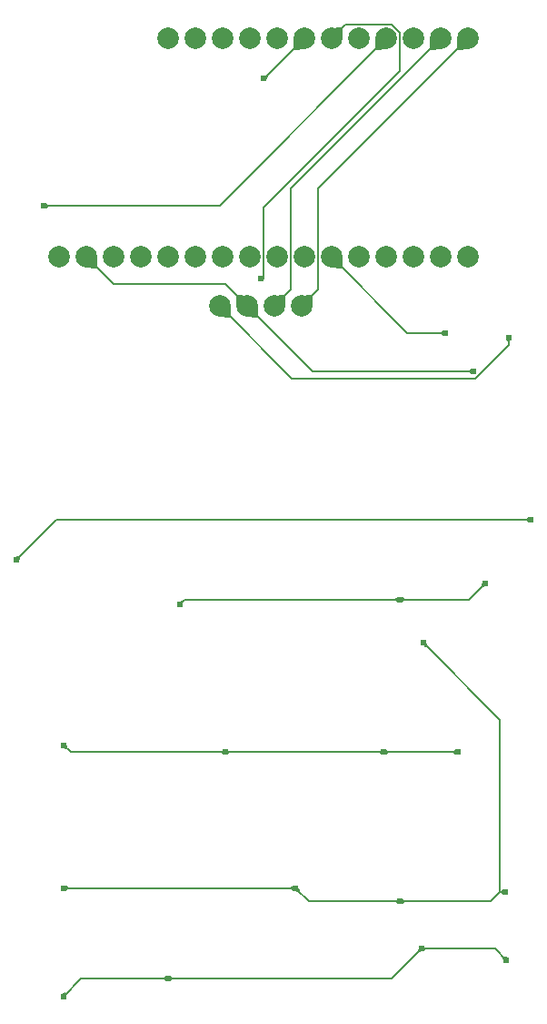
<source format=gbl>
G04 Layer: BottomLayer*
G04 EasyEDA v6.5.22, 2022-11-13 20:13:56*
G04 b6ff6bc9bab445359ce0fdefb00da0e9,a2731e2ff01b41edbee4f831c5fec297,10*
G04 Gerber Generator version 0.2*
G04 Scale: 100 percent, Rotated: No, Reflected: No *
G04 Dimensions in millimeters *
G04 leading zeros omitted , absolute positions ,4 integer and 5 decimal *
%FSLAX45Y45*%
%MOMM*%

%ADD10C,0.1778*%
%ADD11C,2.0000*%
%ADD12C,0.6096*%

%LPD*%
G36*
X5528208Y7103821D02*
G01*
X5506872Y7089851D01*
X5506872Y7072071D01*
X5528208Y7058101D01*
G37*
G36*
X779221Y6745782D02*
G01*
X754278Y6740601D01*
X786587Y6708241D01*
X791819Y6733235D01*
G37*
G36*
X4732528Y8843010D02*
G01*
X4711192Y8829040D01*
X4711192Y8811260D01*
X4732528Y8797290D01*
G37*
G36*
X5299710Y3022295D02*
G01*
X5287162Y3009747D01*
X5292344Y2984754D01*
X5324703Y3017113D01*
G37*
G36*
X4552696Y3115360D02*
G01*
X4552696Y3069640D01*
X4574032Y3083610D01*
X4574032Y3101390D01*
G37*
G36*
X4502150Y3094431D02*
G01*
X4496917Y3069437D01*
X4509516Y3056890D01*
X4534458Y3062071D01*
G37*
G36*
X2152142Y2839720D02*
G01*
X2130806Y2825750D01*
X2130806Y2807970D01*
X2152142Y2794000D01*
G37*
G36*
X2192477Y2839720D02*
G01*
X2192477Y2794000D01*
X2213813Y2807970D01*
X2213813Y2825750D01*
G37*
G36*
X1216660Y2684729D02*
G01*
X1191666Y2679547D01*
X1224026Y2647188D01*
X1229207Y2672181D01*
G37*
G36*
X5289753Y3645560D02*
G01*
X5268417Y3631590D01*
X5268417Y3613810D01*
X5289753Y3599840D01*
G37*
G36*
X4351477Y3554171D02*
G01*
X4351477Y3508451D01*
X4372813Y3522421D01*
X4372813Y3540201D01*
G37*
G36*
X4311142Y3554171D02*
G01*
X4289806Y3540201D01*
X4289806Y3522421D01*
X4311142Y3508451D01*
G37*
G36*
X3389172Y3659225D02*
G01*
X3356813Y3626865D01*
X3381806Y3621684D01*
X3394354Y3634232D01*
G37*
G36*
X3338576Y3680155D02*
G01*
X3317240Y3666185D01*
X3317240Y3648405D01*
X3338576Y3634435D01*
G37*
G36*
X1218946Y3680155D02*
G01*
X1218946Y3634435D01*
X1240282Y3648405D01*
X1240282Y3666185D01*
G37*
G36*
X4580382Y5938215D02*
G01*
X4548022Y5905855D01*
X4573016Y5900674D01*
X4585563Y5913221D01*
G37*
G36*
X4158691Y4942840D02*
G01*
X4137355Y4928870D01*
X4137355Y4911090D01*
X4158691Y4897120D01*
G37*
G36*
X4199026Y4942840D02*
G01*
X4199026Y4897120D01*
X4220362Y4911090D01*
X4220362Y4928870D01*
G37*
G36*
X4847590Y4942840D02*
G01*
X4826254Y4928870D01*
X4826254Y4911090D01*
X4847590Y4897120D01*
G37*
G36*
X1229258Y4985664D02*
G01*
X1196898Y4953355D01*
X1221892Y4948123D01*
X1234440Y4960721D01*
G37*
G36*
X2684729Y4942840D02*
G01*
X2663393Y4928870D01*
X2663393Y4911090D01*
X2684729Y4897120D01*
G37*
G36*
X2725013Y4942840D02*
G01*
X2725013Y4897120D01*
X2746349Y4911090D01*
X2746349Y4928870D01*
G37*
G36*
X5096306Y6495186D02*
G01*
X5091125Y6470192D01*
X5103672Y6457645D01*
X5128666Y6462826D01*
G37*
G36*
X4311142Y6363970D02*
G01*
X4289806Y6350000D01*
X4289806Y6332220D01*
X4311142Y6318250D01*
G37*
G36*
X4351477Y6363970D02*
G01*
X4351477Y6318250D01*
X4372813Y6332220D01*
X4372813Y6350000D01*
G37*
G36*
X2301290Y6328562D02*
G01*
X2276348Y6323380D01*
X2308656Y6291021D01*
X2313889Y6316014D01*
G37*
G36*
X3088589Y11216487D02*
G01*
X3063189Y11214811D01*
X3090519Y11178184D01*
X3099358Y11202060D01*
G37*
G36*
X3057144Y9356699D02*
G01*
X3033420Y9352737D01*
X3065729Y9320428D01*
X3069691Y9344152D01*
G37*
G36*
X1034796Y10025989D02*
G01*
X1034796Y9980269D01*
X1056132Y9994239D01*
X1056132Y10012019D01*
G37*
G36*
X4997754Y8485276D02*
G01*
X4976418Y8471306D01*
X4976418Y8453526D01*
X4997754Y8439556D01*
G37*
G36*
X5319064Y8754973D02*
G01*
X5333034Y8733637D01*
X5350814Y8733637D01*
X5364784Y8754973D01*
G37*
G36*
X1509522Y9531248D02*
G01*
X1403451Y9425178D01*
X1499666Y9422434D01*
X1512265Y9435033D01*
G37*
G36*
X3795522Y9531248D02*
G01*
X3689451Y9425178D01*
X3785666Y9422434D01*
X3798265Y9435033D01*
G37*
G36*
X3341878Y11563248D02*
G01*
X3339134Y11467033D01*
X3351733Y11454434D01*
X3447948Y11457178D01*
G37*
G36*
X3785666Y11659565D02*
G01*
X3689451Y11656822D01*
X3795522Y11550751D01*
X3798265Y11646966D01*
G37*
G36*
X4103878Y11563248D02*
G01*
X4101134Y11467033D01*
X4113733Y11454434D01*
X4209948Y11457178D01*
G37*
G36*
X4611878Y11563248D02*
G01*
X4609134Y11467033D01*
X4621733Y11454434D01*
X4717948Y11457178D01*
G37*
G36*
X4865878Y11563248D02*
G01*
X4863134Y11467033D01*
X4875733Y11454434D01*
X4971948Y11457178D01*
G37*
G36*
X3506266Y9170365D02*
G01*
X3410051Y9167622D01*
X3516122Y9061551D01*
X3518865Y9157766D01*
G37*
G36*
X3252266Y9170365D02*
G01*
X3156051Y9167622D01*
X3262122Y9061551D01*
X3264865Y9157766D01*
G37*
G36*
X3008122Y9074048D02*
G01*
X2902051Y8967978D01*
X2998266Y8965234D01*
X3010865Y8977833D01*
G37*
G36*
X2818333Y9170365D02*
G01*
X2805734Y9157766D01*
X2808478Y9061551D01*
X2914548Y9167622D01*
G37*
G36*
X2754122Y9074048D02*
G01*
X2648051Y8967978D01*
X2744266Y8965234D01*
X2756865Y8977833D01*
G37*
D10*
X5341899Y8775115D02*
G01*
X5341899Y8707348D01*
X5030850Y8396300D01*
X3325799Y8396300D01*
X2654300Y9067800D01*
X5017922Y8462441D02*
G01*
X3513658Y8462441D01*
X2908300Y9067800D01*
X1409700Y9525000D02*
G01*
X1662988Y9271711D01*
X2704388Y9271711D01*
X2908300Y9067800D01*
X4711700Y11557000D02*
G01*
X3314700Y10160000D01*
X3314700Y9220200D01*
X3162300Y9067800D01*
X4965700Y11557000D02*
G01*
X3568700Y10160000D01*
X3568700Y9220200D01*
X3416300Y9067800D01*
X1014653Y10003154D02*
G01*
X2649854Y10003154D01*
X4203700Y11557000D01*
X3695700Y11557000D02*
G01*
X3824198Y11685498D01*
X4254220Y11685498D01*
X4330700Y11609019D01*
X4330700Y11256975D01*
X3063417Y9989693D01*
X3063417Y9350425D01*
X3035325Y9322333D01*
X3441700Y11557000D02*
G01*
X3069158Y11184458D01*
X3060700Y11184458D01*
X4331309Y6341135D02*
G01*
X2326436Y6341135D01*
X2278252Y6292951D01*
X5126736Y6493255D02*
G01*
X4974615Y6341135D01*
X4331309Y6341135D01*
X2704871Y4919979D02*
G01*
X1262608Y4919979D01*
X1198829Y4983759D01*
X4178858Y4919979D02*
G01*
X2704871Y4919979D01*
X4178858Y4919979D02*
G01*
X4867757Y4919979D01*
X5264200Y3622700D02*
G01*
X5264200Y5222036D01*
X4549952Y5936284D01*
X4331309Y3531285D02*
G01*
X5172786Y3531285D01*
X5264200Y3622700D01*
X5309895Y3622700D02*
G01*
X5264200Y3622700D01*
X4331309Y3531285D02*
G01*
X3484752Y3531285D01*
X3358743Y3657295D01*
X3358743Y3657295D02*
G01*
X1198803Y3657295D01*
X4532553Y3092500D02*
G01*
X5216956Y3092500D01*
X5322773Y2986684D01*
X2172309Y2816885D02*
G01*
X1361363Y2816885D01*
X1193596Y2649118D01*
X4532553Y3092500D02*
G01*
X4256938Y2816885D01*
X2172309Y2816885D01*
X3695700Y9525000D02*
G01*
X4400550Y8820150D01*
X4752670Y8820150D01*
X756183Y6710171D02*
G01*
X1126947Y7080935D01*
X5548350Y7080935D01*
D11*
G01*
X2654300Y9067800D03*
G01*
X2908300Y9067800D03*
G01*
X3162300Y9067800D03*
G01*
X3416300Y9067800D03*
G01*
X4965700Y11557000D03*
G01*
X4711700Y11557000D03*
G01*
X4457700Y11557000D03*
G01*
X4203700Y11557000D03*
G01*
X3949700Y11557000D03*
G01*
X3695700Y11557000D03*
G01*
X3441700Y11557000D03*
G01*
X3187700Y11557000D03*
G01*
X2933700Y11557000D03*
G01*
X2679700Y11557000D03*
G01*
X2425700Y11557000D03*
G01*
X2171700Y11557000D03*
G01*
X4965700Y9525000D03*
G01*
X4711700Y9525000D03*
G01*
X4457700Y9525000D03*
G01*
X4203700Y9525000D03*
G01*
X3949700Y9525000D03*
G01*
X3695700Y9525000D03*
G01*
X3441700Y9525000D03*
G01*
X3187700Y9525000D03*
G01*
X2933700Y9525000D03*
G01*
X2679700Y9525000D03*
G01*
X2425700Y9525000D03*
G01*
X2171700Y9525000D03*
G01*
X1917700Y9525000D03*
G01*
X1663700Y9525000D03*
G01*
X1409700Y9525000D03*
G01*
X1155700Y9525000D03*
D12*
G01*
X5341899Y8775115D03*
G01*
X5017922Y8462441D03*
G01*
X1014653Y10003154D03*
G01*
X3035325Y9322333D03*
G01*
X3060700Y11184458D03*
G01*
X2278252Y6292951D03*
G01*
X4331309Y6341135D03*
G01*
X5126736Y6493255D03*
G01*
X2704871Y4919979D03*
G01*
X1198829Y4983759D03*
G01*
X4867757Y4919979D03*
G01*
X4178858Y4919979D03*
G01*
X4549952Y5936284D03*
G01*
X1198803Y3657295D03*
G01*
X3358743Y3657295D03*
G01*
X4331309Y3531285D03*
G01*
X5309895Y3622700D03*
G01*
X1193596Y2649118D03*
G01*
X2172309Y2816885D03*
G01*
X4532553Y3092500D03*
G01*
X5322773Y2986684D03*
G01*
X4752670Y8820150D03*
G01*
X756183Y6710171D03*
G01*
X5548350Y7080935D03*
M02*

</source>
